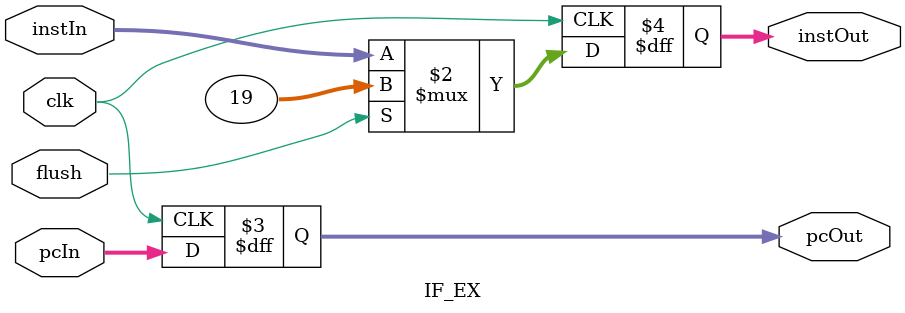
<source format=v>

module IF_EX (
    input clk, flush,
    input [7:0]  pcIn,
    input [31:0] instIn,
    output reg [7:0] pcOut,
    output reg [31:0] instOut
);
    localparam NOP = 32'h00000013;

    always @(posedge clk) begin
        pcOut   <= pcIn; 
        instOut <= flush? NOP : instIn;
    end
endmodule
</source>
